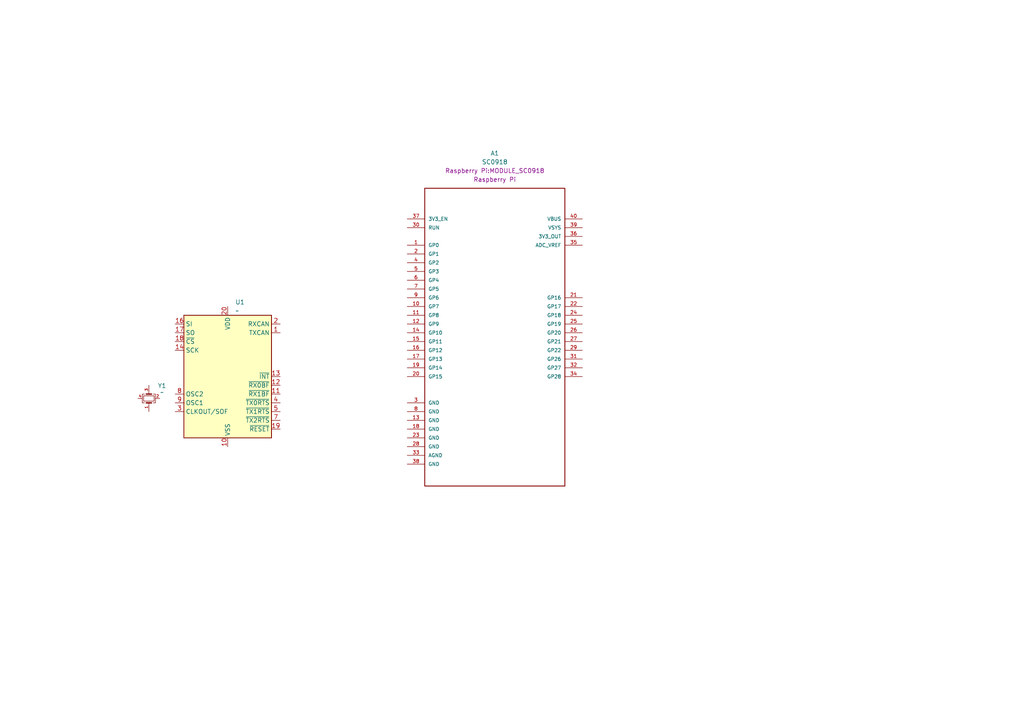
<source format=kicad_sch>
(kicad_sch (version 20231120) (generator "eeschema") (generator_version "8.0")
  (paper "A4")
  (lib_symbols
    (symbol "Pico:Crystal_16MHz"
      (property "Reference" "Y" (at 1.524 3.302 0))
      (symbol "Crystal_16MHz_0_1"
        (rectangle (start -0.762 -1.524) (end 0.762 1.524))
        (polyline (pts (xy -1.27 -0.762) (xy -1.27 0.762)) (stroke (width 0.381)))
        (polyline (pts (xy 1.27 -0.762) (xy 1.27 0.762)) (stroke (width 0.381)))
        (polyline (pts (xy -1.27 -1.27) (xy -1.27 -1.905) (xy 1.27 -1.905) (xy 1.27 -1.27)))
        (polyline (pts (xy -1.27 1.27) (xy -1.27 1.905) (xy 1.27 1.905) (xy 1.27 1.27)))
      )
      (symbol "Crystal_16MHz_1_1"
        (pin passive line (at -3.81 0 0) (length 2.54) (name "") (number "1"))
        (pin passive line (at 0 -3.175 90) (length 1.27) (name "") (number "2"))
        (pin passive line (at 3.81 0 180) (length 2.54) (name "") (number "3"))
        (pin passive line (at 0 3.175 270) (length 1.27) (name "") (number "4"))
      )
    )
    (symbol "Pico:MCP2515"
      (property "Reference" "U" (at -12.446 20.574 0))
      (symbol "MCP2515_0_1"
        (rectangle (start -12.7 19.05) (end 12.7 -16.51) (stroke (width 0.254)) (fill (type background)))
      )
      (symbol "MCP2515_1_1"
        (pin output line (at 15.24 13.97 180) (length 2.54) (name "TXCAN") (number "1"))
        (pin power_in line (at 0 -19.05 90) (length 2.54) (name "VSS") (number "10"))
        (pin output line (at 15.24 -3.81 180) (length 2.54) (name "~{RX1BF}") (number "11"))
        (pin output line (at 15.24 -1.27 180) (length 2.54) (name "~{RX0BF}") (number "12"))
        (pin output line (at 15.24 1.27 180) (length 2.54) (name "~{INT}") (number "13"))
        (pin input line (at -15.24 8.89 0) (length 2.54) (name "SCK") (number "14"))
        (pin no_connect line (at -12.7 -1.27 0) (length 2.54) hide (name "NC") (number "15"))
        (pin input line (at -15.24 16.51 0) (length 2.54) (name "SI") (number "16"))
        (pin output line (at -15.24 13.97 0) (length 2.54) (name "SO") (number "17"))
        (pin input line (at -15.24 11.43 0) (length 2.54) (name "~{CS}") (number "18"))
        (pin input line (at 15.24 -13.97 180) (length 2.54) (name "~{RESET}") (number "19"))
        (pin input line (at 15.24 16.51 180) (length 2.54) (name "RXCAN") (number "2"))
        (pin power_in line (at 0 21.59 270) (length 2.54) (name "VDD") (number "20"))
        (pin output line (at -15.24 -8.89 0) (length 2.54) (name "CLKOUT/SOF") (number "3"))
        (pin input line (at 15.24 -6.35 180) (length 2.54) (name "~{TX0RTS}") (number "4"))
        (pin input line (at 15.24 -8.89 180) (length 2.54) (name "~{TX1RTS}") (number "5"))
        (pin no_connect line (at -12.7 1.27 0) (length 2.54) hide (name "NC") (number "6"))
        (pin input line (at 15.24 -11.43 180) (length 2.54) (name "~{TX2RTS}") (number "7"))
        (pin output line (at -15.24 -3.81 0) (length 2.54) (name "OSC2") (number "8"))
        (pin input line (at -15.24 -6.35 0) (length 2.54) (name "OSC1") (number "9"))
      )
    )
    (symbol "Pico:SC0918" (pin_names (offset 1.016))
      (property "Reference" "A1" (at 0 58.42 0))
      (property "Value" "SC0918" (at 0 55.88 0))
      (property "Footprint" "Raspberry Pi:MODULE_SC0918" (at -12.7 -46.99 0))
      (property "manufacturer" "Raspberry Pi" (at 0 53.34 0))
      (symbol "SC0918_0_0"
        (rectangle (start -20.32 -43.18) (end 20.32 43.18) (stroke (width 0.254)))
        (pin bidirectional line (at -25.4 26.67 0) (length 5.08) (name "GP0") (number "1"))
        (pin bidirectional line (at -25.4 8.89 0) (length 5.08) (name "GP7") (number "10"))
        (pin bidirectional line (at -25.4 6.35 0) (length 5.08) (name "GP8") (number "11"))
        (pin bidirectional line (at -25.4 3.81 0) (length 5.08) (name "GP9") (number "12"))
        (pin power_in line (at -25.4 -24.13 0) (length 5.08) (name "GND") (number "13"))
        (pin bidirectional line (at -25.4 1.27 0) (length 5.08) (name "GP10") (number "14"))
        (pin bidirectional line (at -25.4 -1.27 0) (length 5.08) (name "GP11") (number "15"))
        (pin bidirectional line (at -25.4 -3.81 0) (length 5.08) (name "GP12") (number "16"))
        (pin bidirectional line (at -25.4 -6.35 0) (length 5.08) (name "GP13") (number "17"))
        (pin power_in line (at -25.4 -26.67 0) (length 5.08) (name "GND") (number "18"))
        (pin bidirectional line (at -25.4 -8.89 0) (length 5.08) (name "GP14") (number "19"))
        (pin bidirectional line (at -25.4 24.13 0) (length 5.08) (name "GP1") (number "2"))
        (pin bidirectional line (at -25.4 -11.43 0) (length 5.08) (name "GP15") (number "20"))
        (pin bidirectional line (at 25.4 11.43 180) (length 5.08) (name "GP16") (number "21"))
        (pin bidirectional line (at 25.4 8.89 180) (length 5.08) (name "GP17") (number "22"))
        (pin power_in line (at -25.4 -29.21 0) (length 5.08) (name "GND") (number "23"))
        (pin bidirectional line (at 25.4 6.35 180) (length 5.08) (name "GP18") (number "24"))
        (pin bidirectional line (at 25.4 3.81 180) (length 5.08) (name "GP19") (number "25"))
        (pin bidirectional line (at 25.4 1.27 180) (length 5.08) (name "GP20") (number "26"))
        (pin bidirectional line (at 25.4 -1.27 180) (length 5.08) (name "GP21") (number "27"))
        (pin power_in line (at -25.4 -31.75 0) (length 5.08) (name "GND") (number "28"))
        (pin bidirectional line (at 25.4 -3.81 180) (length 5.08) (name "GP22") (number "29"))
        (pin power_in line (at -25.4 -19.05 0) (length 5.08) (name "GND") (number "3"))
        (pin input line (at -25.4 31.75 0) (length 5.08) (name "RUN") (number "30"))
        (pin bidirectional line (at 25.4 -6.35 180) (length 5.08) (name "GP26") (number "31"))
        (pin bidirectional line (at 25.4 -8.89 180) (length 5.08) (name "GP27") (number "32"))
        (pin power_in line (at -25.4 -34.29 0) (length 5.08) (name "AGND") (number "33"))
        (pin bidirectional line (at 25.4 -11.43 180) (length 5.08) (name "GP28") (number "34"))
        (pin power_in line (at 25.4 26.67 180) (length 5.08) (name "ADC_VREF") (number "35"))
        (pin power_in line (at 25.4 29.21 180) (length 5.08) (name "3V3_OUT") (number "36"))
        (pin input line (at -25.4 34.29 0) (length 5.08) (name "3V3_EN") (number "37"))
        (pin power_in line (at -25.4 -36.83 0) (length 5.08) (name "GND") (number "38"))
        (pin free line (at 25.4 31.75 180) (length 5.08) (name "VSYS") (number "39"))
        (pin bidirectional line (at -25.4 21.59 0) (length 5.08) (name "GP2") (number "4"))
        (pin free line (at 25.4 34.29 180) (length 5.08) (name "VBUS") (number "40"))
        (pin bidirectional line (at -25.4 19.05 0) (length 5.08) (name "GP3") (number "5"))
        (pin bidirectional line (at -25.4 16.51 0) (length 5.08) (name "GP4") (number "6"))
        (pin bidirectional line (at -25.4 13.97 0) (length 5.08) (name "GP5") (number "7"))
        (pin power_in line (at -25.4 -21.59 0) (length 5.08) (name "GND") (number "8"))
        (pin bidirectional line (at -25.4 11.43 0) (length 5.08) (name "GP6") (number "9"))
      )
    )
  )
  (symbol (lib_id "Pico:MCP2515") (at 66.04 110.49 0) (unit 1)
    (property "Reference" "U1" (at 68.2341 87.63 0) (effects (justify left)))
    (property "Value" "~" (at 68.2341 90.17 0) (effects (justify left)))
  )
  (symbol (lib_id "Pico:SC0918") (at 143.51 97.79 0) (unit 1)
    (property "Reference" "A1" (at 143.51 44.45 0))
    (property "Value" "SC0918" (at 143.51 46.99 0))
    (property "Footprint" "Raspberry Pi:MODULE_SC0918" (at 143.51 49.53 0))
    (property "Datasheet" "https://datasheets.raspberrypi.com/picow/pico-w-datasheet.pdf" (effects (hide yes)))
    (property "manufacturer" "Raspberry Pi" (at 143.51 52.07 0))
    (property "P/N" "SC0918" (effects (hide yes)))
    (property "PARTREV" "1.6" (effects (hide yes)))
    (property "MAXIMUM_PACKAGE_HEIGHT" "3.73mm" (effects (hide yes)))
  )
  (symbol (lib_id "Pico:Crystal_16MHz") (at 43.18 115.57 90) (unit 1)
    (property "Reference" "Y1" (at 46.99 111.8868 90))
    (property "Value" "~" (at 46.99 113.7919 90))
  )
)
</source>
